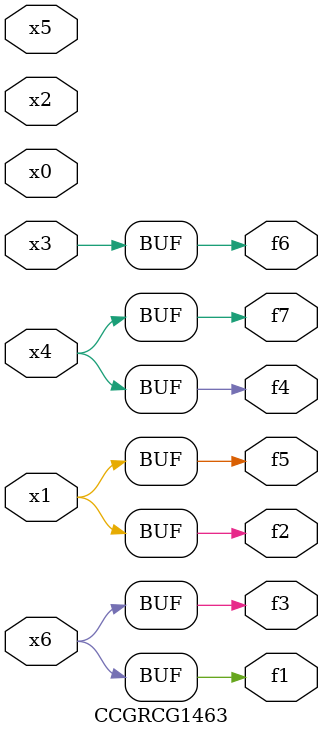
<source format=v>
module CCGRCG1463(
	input x0, x1, x2, x3, x4, x5, x6,
	output f1, f2, f3, f4, f5, f6, f7
);
	assign f1 = x6;
	assign f2 = x1;
	assign f3 = x6;
	assign f4 = x4;
	assign f5 = x1;
	assign f6 = x3;
	assign f7 = x4;
endmodule

</source>
